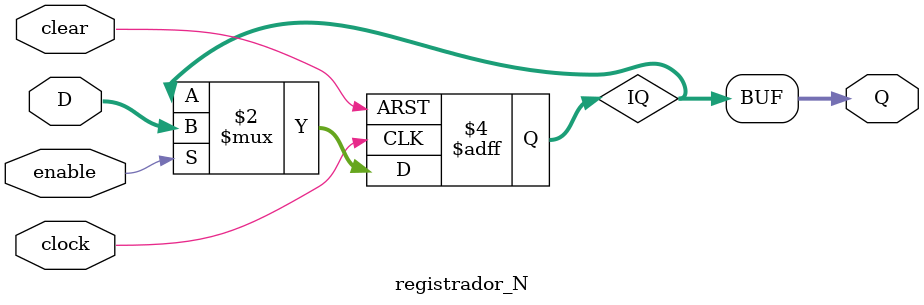
<source format=v>
/* --------------------------------------------------------------------
 * Arquivo   : registrador_N
 * Projeto   : PULO DO SAPO
 * --------------------------------------------------------------------
 * Descricao : Registrador parametrizavel
 * --------------------------------------------------------------------
 * Revisoes  :
 *     Data        Versao       Autor             Descricao
 *     16/03/2025   2.0     Gabriel Chaves      versao atualizada
 * --------------------------------------------------------------------
*/

module registrador_N #(parameter N=4)
(
    input        clock,
    input        clear,
    input        enable,
    input  [N-1:0] D,
    output [N-1:0] Q
);

    reg [N-1:0] IQ;

    always @(posedge clock or posedge clear) begin
        if (clear)
            IQ <= 0;
        else if (enable)
            IQ <= D;
    end

    assign Q = IQ;

endmodule
</source>
